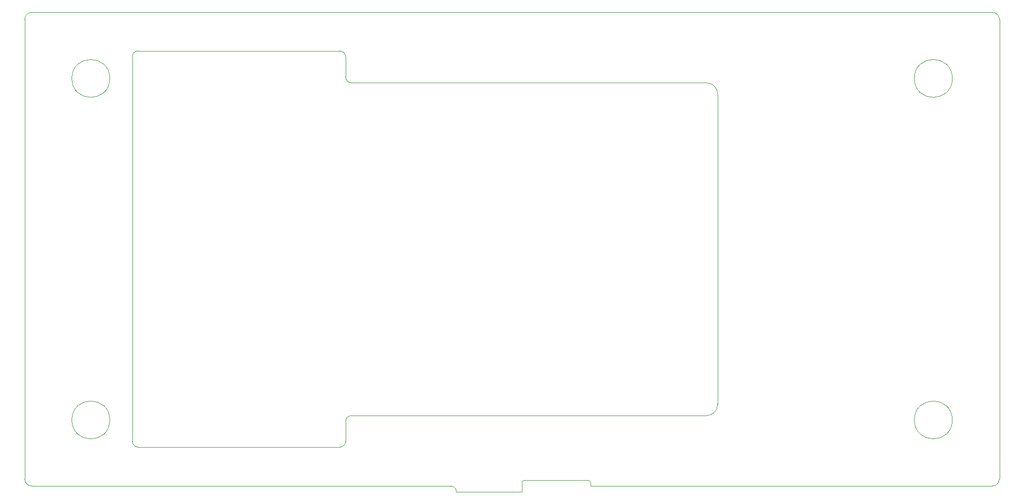
<source format=gbr>
%TF.GenerationSoftware,KiCad,Pcbnew,(6.0.6-0)*%
%TF.CreationDate,2022-10-04T21:52:10+02:00*%
%TF.ProjectId,GlowSignMainPCB,476c6f77-5369-4676-9e4d-61696e504342,rev?*%
%TF.SameCoordinates,Original*%
%TF.FileFunction,Profile,NP*%
%FSLAX46Y46*%
G04 Gerber Fmt 4.6, Leading zero omitted, Abs format (unit mm)*
G04 Created by KiCad (PCBNEW (6.0.6-0)) date 2022-10-04 21:52:10*
%MOMM*%
%LPD*%
G01*
G04 APERTURE LIST*
%TA.AperFunction,Profile*%
%ADD10C,0.100000*%
%TD*%
G04 APERTURE END LIST*
D10*
X81215666Y-130344334D02*
G75*
G03*
X81215666Y-130344334I-3300000J0D01*
G01*
X234665666Y-141843766D02*
G75*
G03*
X235915666Y-140594334I434J1249566D01*
G01*
X153352858Y-140844334D02*
X164352856Y-140844327D01*
X235915666Y-140594334D02*
X235915956Y-60594327D01*
X122215803Y-67060497D02*
G75*
G03*
X121215666Y-66060497I-999703J297D01*
G01*
X85115803Y-134060497D02*
G75*
G03*
X86115666Y-135060497I1000297J297D01*
G01*
X67665666Y-141844327D02*
X140478366Y-141844327D01*
X152852858Y-142844334D02*
X152852856Y-141344327D01*
X122215973Y-70594334D02*
G75*
G03*
X123215666Y-71594327I1000127J134D01*
G01*
X121215666Y-135059817D02*
X86115666Y-135060500D01*
X66415666Y-60594334D02*
X66415956Y-140594327D01*
X121215666Y-135059766D02*
G75*
G03*
X122215666Y-134060500I434J999566D01*
G01*
X234665666Y-59344327D02*
X67665666Y-59343817D01*
X86115666Y-66059766D02*
G75*
G03*
X85115666Y-67060500I434J-1000434D01*
G01*
X164852858Y-141844334D02*
X234665666Y-141843817D01*
X164852973Y-141344334D02*
G75*
G03*
X164352856Y-140844327I-499873J134D01*
G01*
X66415973Y-140594327D02*
G75*
G03*
X67665666Y-141844327I1250127J127D01*
G01*
X123215665Y-129593766D02*
G75*
G03*
X122215666Y-130594327I435J-1000434D01*
G01*
X81215666Y-70844334D02*
G75*
G03*
X81215666Y-70844334I-3300000J0D01*
G01*
X227715666Y-130344334D02*
G75*
G03*
X227715666Y-130344334I-3300000J0D01*
G01*
X184915666Y-129593817D02*
X123215666Y-129594334D01*
X141482961Y-142844334D02*
G75*
G03*
X140478366Y-141844327I-1004861J-4866D01*
G01*
X184915666Y-129593766D02*
G75*
G03*
X186915666Y-127594334I434J1999566D01*
G01*
X85115786Y-134060497D02*
X85115666Y-67060500D01*
X122215786Y-67060497D02*
X122215666Y-70594334D01*
X227715666Y-70844334D02*
G75*
G03*
X227715666Y-70844334I-3300000J0D01*
G01*
X123215666Y-71594327D02*
X184915666Y-71594334D01*
X186915956Y-73594327D02*
X186915666Y-127594334D01*
X141482944Y-142844334D02*
X152852858Y-142844334D01*
X86115666Y-66059817D02*
X121215666Y-66060500D01*
X153352858Y-140843956D02*
G75*
G03*
X152852856Y-141344327I242J-500244D01*
G01*
X164852858Y-141344334D02*
X164852858Y-141844334D01*
X186915973Y-73594327D02*
G75*
G03*
X184915666Y-71594327I-1999873J127D01*
G01*
X67665666Y-59343766D02*
G75*
G03*
X66415666Y-60594334I434J-1250434D01*
G01*
X122215666Y-130594327D02*
X122215666Y-134060500D01*
X235915973Y-60594327D02*
G75*
G03*
X234665666Y-59344327I-1249873J127D01*
G01*
M02*

</source>
